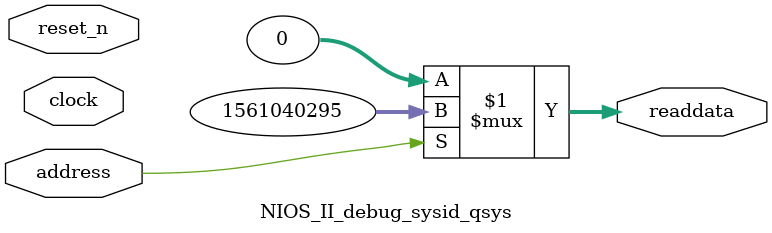
<source format=v>



// synthesis translate_off
`timescale 1ns / 1ps
// synthesis translate_on

// turn off superfluous verilog processor warnings 
// altera message_level Level1 
// altera message_off 10034 10035 10036 10037 10230 10240 10030 

module NIOS_II_debug_sysid_qsys (
               // inputs:
                address,
                clock,
                reset_n,

               // outputs:
                readdata
             )
;

  output  [ 31: 0] readdata;
  input            address;
  input            clock;
  input            reset_n;

  wire    [ 31: 0] readdata;
  //control_slave, which is an e_avalon_slave
  assign readdata = address ? 1561040295 : 0;

endmodule



</source>
